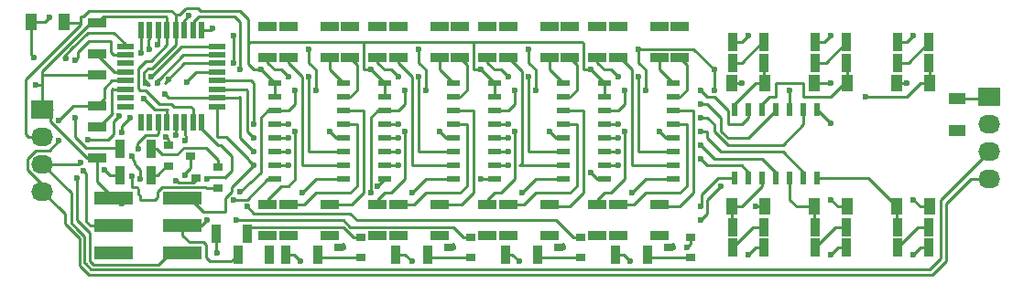
<source format=gbr>
G04 #@! TF.FileFunction,Copper,L2,Bot,Signal*
%FSLAX46Y46*%
G04 Gerber Fmt 4.6, Leading zero omitted, Abs format (unit mm)*
G04 Created by KiCad (PCBNEW 4.0.5+dfsg1-4) date Sat Sep  8 16:31:07 2018*
%MOMM*%
%LPD*%
G01*
G04 APERTURE LIST*
%ADD10C,0.100000*%
%ADD11R,0.550000X1.600000*%
%ADD12R,1.600000X0.550000*%
%ADD13R,0.900000X1.700000*%
%ADD14R,1.000000X1.600000*%
%ADD15R,1.600000X1.000000*%
%ADD16R,3.600000X1.270000*%
%ADD17R,0.900000X0.800000*%
%ADD18R,1.700000X0.900000*%
%ADD19R,0.508000X1.143000*%
%ADD20R,2.032000X1.727200*%
%ADD21O,2.032000X1.727200*%
%ADD22R,1.143000X0.508000*%
%ADD23C,0.600000*%
%ADD24C,0.250000*%
G04 APERTURE END LIST*
D10*
D11*
X44190000Y-23690000D03*
X44990000Y-23690000D03*
X45790000Y-23690000D03*
X46590000Y-23690000D03*
X47390000Y-23690000D03*
X48190000Y-23690000D03*
X48990000Y-23690000D03*
X49790000Y-23690000D03*
D12*
X51240000Y-25140000D03*
X51240000Y-25940000D03*
X51240000Y-26740000D03*
X51240000Y-27540000D03*
X51240000Y-28340000D03*
X51240000Y-29140000D03*
X51240000Y-29940000D03*
X51240000Y-30740000D03*
D11*
X49790000Y-32190000D03*
X48990000Y-32190000D03*
X48190000Y-32190000D03*
X47390000Y-32190000D03*
X46590000Y-32190000D03*
X45790000Y-32190000D03*
X44990000Y-32190000D03*
X44190000Y-32190000D03*
D12*
X42740000Y-30740000D03*
X42740000Y-29940000D03*
X42740000Y-29140000D03*
X42740000Y-28340000D03*
X42740000Y-27540000D03*
X42740000Y-26740000D03*
X42740000Y-25940000D03*
X42740000Y-25140000D03*
D13*
X101780000Y-43815000D03*
X98880000Y-43815000D03*
D14*
X34060000Y-22860000D03*
X37060000Y-22860000D03*
X101830000Y-28575000D03*
X98830000Y-28575000D03*
D15*
X119634000Y-29996000D03*
X119634000Y-32996000D03*
D14*
X109450000Y-28575000D03*
X106450000Y-28575000D03*
X117070000Y-28575000D03*
X114070000Y-28575000D03*
X114070000Y-40005000D03*
X117070000Y-40005000D03*
X106450000Y-40005000D03*
X109450000Y-40005000D03*
X98830000Y-40005000D03*
X101830000Y-40005000D03*
D16*
X48031000Y-39243000D03*
X48031000Y-41783000D03*
X48031000Y-44323000D03*
X41631000Y-44323000D03*
X41631000Y-41783000D03*
X41631000Y-39243000D03*
D17*
X51292000Y-36388000D03*
X51292000Y-38288000D03*
X49292000Y-37338000D03*
X46752000Y-36256000D03*
X46752000Y-34356000D03*
X48752000Y-35306000D03*
X94980000Y-42865000D03*
X94980000Y-44765000D03*
X92980000Y-43815000D03*
X84820000Y-42865000D03*
X84820000Y-44765000D03*
X82820000Y-43815000D03*
X74660000Y-42865000D03*
X74660000Y-44765000D03*
X72660000Y-43815000D03*
X64500000Y-42865000D03*
X64500000Y-44765000D03*
X62500000Y-43815000D03*
D13*
X98880000Y-26670000D03*
X101780000Y-26670000D03*
X106500000Y-26670000D03*
X109400000Y-26670000D03*
X114120000Y-26670000D03*
X117020000Y-26670000D03*
X117020000Y-41910000D03*
X114120000Y-41910000D03*
X109400000Y-41910000D03*
X106500000Y-41910000D03*
X101780000Y-41910000D03*
X98880000Y-41910000D03*
X54028000Y-42545000D03*
X51128000Y-42545000D03*
D18*
X40132000Y-22934000D03*
X40132000Y-25834000D03*
D13*
X56060000Y-44450000D03*
X53160000Y-44450000D03*
X98880000Y-24765000D03*
X101780000Y-24765000D03*
X106500000Y-24765000D03*
X109400000Y-24765000D03*
X114120000Y-24765000D03*
X117020000Y-24765000D03*
X117020000Y-43815000D03*
X114120000Y-43815000D03*
X109400000Y-43815000D03*
X106500000Y-43815000D03*
X45138000Y-34671000D03*
X42238000Y-34671000D03*
X45138000Y-37084000D03*
X42238000Y-37084000D03*
D18*
X40132000Y-35486000D03*
X40132000Y-32586000D03*
X40132000Y-27760000D03*
X40132000Y-30660000D03*
X88265000Y-23315000D03*
X88265000Y-26215000D03*
X86360000Y-23315000D03*
X86360000Y-26215000D03*
X86360000Y-42725000D03*
X86360000Y-39825000D03*
X88265000Y-42725000D03*
X88265000Y-39825000D03*
X92075000Y-42725000D03*
X92075000Y-39825000D03*
X93980000Y-23315000D03*
X93980000Y-26215000D03*
X92075000Y-23315000D03*
X92075000Y-26215000D03*
X78105000Y-23315000D03*
X78105000Y-26215000D03*
X76200000Y-23315000D03*
X76200000Y-26215000D03*
X76200000Y-42725000D03*
X76200000Y-39825000D03*
X78105000Y-42725000D03*
X78105000Y-39825000D03*
X81915000Y-42725000D03*
X81915000Y-39825000D03*
X83820000Y-23315000D03*
X83820000Y-26215000D03*
X81915000Y-23315000D03*
X81915000Y-26215000D03*
X67945000Y-23315000D03*
X67945000Y-26215000D03*
X66040000Y-23315000D03*
X66040000Y-26215000D03*
X66040000Y-42725000D03*
X66040000Y-39825000D03*
X67945000Y-42725000D03*
X67945000Y-39825000D03*
X71755000Y-42725000D03*
X71755000Y-39825000D03*
X73660000Y-23315000D03*
X73660000Y-26215000D03*
X71755000Y-23315000D03*
X71755000Y-26215000D03*
X57785000Y-23315000D03*
X57785000Y-26215000D03*
X55880000Y-23315000D03*
X55880000Y-26215000D03*
X55880000Y-42725000D03*
X55880000Y-39825000D03*
X57785000Y-42725000D03*
X57785000Y-39825000D03*
X61595000Y-42725000D03*
X61595000Y-39825000D03*
X63500000Y-23315000D03*
X63500000Y-26215000D03*
X61595000Y-23315000D03*
X61595000Y-26215000D03*
D13*
X88085000Y-44450000D03*
X90985000Y-44450000D03*
X77925000Y-44450000D03*
X80825000Y-44450000D03*
X67765000Y-44450000D03*
X70665000Y-44450000D03*
X57605000Y-44450000D03*
X60505000Y-44450000D03*
D19*
X99060000Y-30988000D03*
X100330000Y-30988000D03*
X101600000Y-30988000D03*
X102870000Y-30988000D03*
X104140000Y-30988000D03*
X105410000Y-30988000D03*
X106680000Y-30988000D03*
X106680000Y-37338000D03*
X105410000Y-37338000D03*
X102870000Y-37338000D03*
X101600000Y-37338000D03*
X100330000Y-37338000D03*
X99060000Y-37338000D03*
X104140000Y-37338000D03*
D20*
X122555000Y-29845000D03*
D21*
X122555000Y-32385000D03*
X122555000Y-34925000D03*
X122555000Y-37465000D03*
D20*
X35052000Y-30988000D03*
D21*
X35052000Y-33528000D03*
X35052000Y-36068000D03*
X35052000Y-38608000D03*
D22*
X93345000Y-37465000D03*
X93345000Y-34925000D03*
X93345000Y-33655000D03*
X93345000Y-32385000D03*
X93345000Y-31115000D03*
X93345000Y-29845000D03*
X93345000Y-28575000D03*
X86995000Y-28575000D03*
X86995000Y-29845000D03*
X86995000Y-31115000D03*
X86995000Y-32385000D03*
X86995000Y-33655000D03*
X86995000Y-34925000D03*
X86995000Y-36195000D03*
X86995000Y-37465000D03*
X93345000Y-36195000D03*
X83185000Y-37465000D03*
X83185000Y-34925000D03*
X83185000Y-33655000D03*
X83185000Y-32385000D03*
X83185000Y-31115000D03*
X83185000Y-29845000D03*
X83185000Y-28575000D03*
X76835000Y-28575000D03*
X76835000Y-29845000D03*
X76835000Y-31115000D03*
X76835000Y-32385000D03*
X76835000Y-33655000D03*
X76835000Y-34925000D03*
X76835000Y-36195000D03*
X76835000Y-37465000D03*
X83185000Y-36195000D03*
X73025000Y-37465000D03*
X73025000Y-34925000D03*
X73025000Y-33655000D03*
X73025000Y-32385000D03*
X73025000Y-31115000D03*
X73025000Y-29845000D03*
X73025000Y-28575000D03*
X66675000Y-28575000D03*
X66675000Y-29845000D03*
X66675000Y-31115000D03*
X66675000Y-32385000D03*
X66675000Y-33655000D03*
X66675000Y-34925000D03*
X66675000Y-36195000D03*
X66675000Y-37465000D03*
X73025000Y-36195000D03*
X62865000Y-37465000D03*
X62865000Y-34925000D03*
X62865000Y-33655000D03*
X62865000Y-32385000D03*
X62865000Y-31115000D03*
X62865000Y-29845000D03*
X62865000Y-28575000D03*
X56515000Y-28575000D03*
X56515000Y-29845000D03*
X56515000Y-31115000D03*
X56515000Y-32385000D03*
X56515000Y-33655000D03*
X56515000Y-34925000D03*
X56515000Y-36195000D03*
X56515000Y-37465000D03*
X62865000Y-36195000D03*
D23*
X42395140Y-39751000D03*
X95885000Y-40005000D03*
X35687000Y-22479000D03*
X34417000Y-28702000D03*
X34290000Y-26162000D03*
X53340000Y-38608000D03*
X97155000Y-29210000D03*
X97155000Y-27305000D03*
X115570000Y-44450000D03*
X107950000Y-44450000D03*
X100330000Y-44450000D03*
X89535000Y-38735000D03*
X79375000Y-38735000D03*
X69215000Y-38735000D03*
X59055000Y-38735000D03*
X65405000Y-38735000D03*
X115570000Y-24130000D03*
X107950000Y-24130000D03*
X100330000Y-24130000D03*
X90170000Y-25400000D03*
X90805000Y-29210000D03*
X88900000Y-29210000D03*
X80010000Y-25400000D03*
X80645000Y-29210000D03*
X78740000Y-29210000D03*
X68580000Y-29210000D03*
X70485000Y-29210000D03*
X69850000Y-25400000D03*
X58420000Y-29210000D03*
X60325000Y-29210000D03*
X59690000Y-25400000D03*
X88265000Y-23315000D03*
X86360000Y-23315000D03*
X92075000Y-23315000D03*
X93980000Y-23315000D03*
X88265000Y-42725000D03*
X86360000Y-42725000D03*
X92075000Y-42725000D03*
X93345000Y-43815000D03*
X78105000Y-23315000D03*
X76200000Y-23315000D03*
X81915000Y-23315000D03*
X83820000Y-23315000D03*
X78105000Y-42725000D03*
X76200000Y-42725000D03*
X81915000Y-42725000D03*
X83185000Y-43815000D03*
X67945000Y-23315000D03*
X66040000Y-23315000D03*
X71755000Y-23315000D03*
X73660000Y-23315000D03*
X67945000Y-42725000D03*
X66040000Y-42725000D03*
X71755000Y-42725000D03*
X73025000Y-43815000D03*
X57785000Y-23315000D03*
X55880000Y-23315000D03*
X61595000Y-23315000D03*
X63500000Y-23315000D03*
X57785000Y-42725000D03*
X55880000Y-42725000D03*
X61595000Y-42725000D03*
X62865000Y-43815000D03*
X41402000Y-44323000D03*
X119634000Y-32996000D03*
X107950000Y-32258000D03*
X97790000Y-38100000D03*
X95885000Y-41275000D03*
X89408000Y-45085000D03*
X79121000Y-45085000D03*
X69215000Y-45085000D03*
X58928000Y-45085000D03*
X44450000Y-29972000D03*
X44577000Y-28575000D03*
X107950000Y-28575000D03*
X85725000Y-27305000D03*
X75565000Y-27305000D03*
X65405000Y-27305000D03*
X55245000Y-27305000D03*
X99695000Y-28575000D03*
X114935000Y-28575000D03*
X115570000Y-39370000D03*
X107950000Y-39370000D03*
X100965000Y-40005000D03*
X111125000Y-29845000D03*
X104140000Y-29210000D03*
X54610000Y-36195000D03*
X57785000Y-36195000D03*
X67945000Y-36195000D03*
X78105000Y-36195000D03*
X88265000Y-36195000D03*
X50292000Y-41275000D03*
X50292000Y-37465000D03*
X40132000Y-25908000D03*
X38227000Y-37338000D03*
X39243000Y-33782000D03*
X46355000Y-29591000D03*
X42164000Y-31623000D03*
X38862000Y-36703000D03*
X54610000Y-34925000D03*
X88265000Y-34925000D03*
X78105000Y-34925000D03*
X67945000Y-34925000D03*
X57785000Y-34925000D03*
X47371000Y-37592000D03*
X48260000Y-37084000D03*
X95885000Y-35560000D03*
X44196000Y-25781000D03*
X95885000Y-34290000D03*
X44958000Y-25400000D03*
X95885000Y-33020000D03*
X45720000Y-25019000D03*
X48623220Y-22334220D03*
X52705000Y-24130000D03*
X52705000Y-26670000D03*
X95885000Y-31750000D03*
X53340000Y-27305000D03*
X95885000Y-30480000D03*
X50800000Y-23495000D03*
X95885000Y-29210000D03*
X85725000Y-36830000D03*
X45085000Y-27940000D03*
X75565000Y-37465000D03*
X45720000Y-28575000D03*
X46736000Y-28194000D03*
X66040000Y-38100000D03*
X48387000Y-28448000D03*
X52705000Y-39370000D03*
X54610000Y-32385000D03*
X88265000Y-32385000D03*
X78105000Y-32385000D03*
X67945000Y-32385000D03*
X57785000Y-32385000D03*
X54610000Y-33655000D03*
X88265000Y-33655000D03*
X78105000Y-33655000D03*
X67945000Y-33655000D03*
X57785000Y-33655000D03*
X48260000Y-33909000D03*
X47371000Y-33401000D03*
X51181000Y-44323000D03*
X43942000Y-34671000D03*
X39497000Y-32512000D03*
X38608000Y-35941000D03*
X36576000Y-32004000D03*
X36576000Y-33909000D03*
X38100000Y-26416000D03*
X38100000Y-31750000D03*
X40767000Y-36576000D03*
X37211000Y-26289000D03*
X43307000Y-37211000D03*
X42418000Y-33147000D03*
X46482000Y-33528000D03*
X43180000Y-31750000D03*
X44069000Y-37465000D03*
X43307000Y-35306000D03*
X56060000Y-44450000D03*
X94615000Y-43815000D03*
X53975000Y-40005000D03*
X52959000Y-41275000D03*
X98880000Y-26670000D03*
X106500000Y-26670000D03*
X114120000Y-26670000D03*
X117020000Y-41910000D03*
X109400000Y-41910000D03*
X101780000Y-41910000D03*
X88265000Y-27940000D03*
X90170000Y-27940000D03*
X92075000Y-33020000D03*
X88900000Y-33020000D03*
X78105000Y-27940000D03*
X80010000Y-27940000D03*
X81915000Y-33020000D03*
X78740000Y-33020000D03*
X67945000Y-27940000D03*
X69850000Y-27940000D03*
X71755000Y-33020000D03*
X68580000Y-33020000D03*
X57785000Y-27940000D03*
X59690000Y-27940000D03*
X61595000Y-33020000D03*
X58420000Y-33020000D03*
D24*
X90170000Y-25400000D02*
X95250000Y-25400000D01*
X95250000Y-25400000D02*
X97155000Y-27305000D01*
X45847000Y-30480000D02*
X46990000Y-30480000D01*
X44069699Y-29209301D02*
X43942000Y-29081602D01*
X46590000Y-25038000D02*
X45085000Y-26543000D01*
X46590000Y-23690000D02*
X46590000Y-25038000D01*
X43942000Y-27178000D02*
X43942000Y-28194000D01*
X44577000Y-26543000D02*
X43942000Y-27178000D01*
X45085000Y-26543000D02*
X44577000Y-26543000D01*
X44576301Y-29209301D02*
X45847000Y-30480000D01*
X44576301Y-29209301D02*
X44069699Y-29209301D01*
X43942000Y-29081602D02*
X43942000Y-28194000D01*
X48990000Y-30956000D02*
X48990000Y-32190000D01*
X48768000Y-30734000D02*
X48990000Y-30956000D01*
X47244000Y-30734000D02*
X48768000Y-30734000D01*
X46990000Y-30480000D02*
X47244000Y-30734000D01*
X42395140Y-39751000D02*
X41887140Y-39243000D01*
X41887140Y-39243000D02*
X41631000Y-39243000D01*
X40132000Y-37744000D02*
X41631000Y-39243000D01*
X40132000Y-35486000D02*
X40132000Y-37744000D01*
X96012000Y-38862000D02*
X96012000Y-39878000D01*
X97536000Y-37338000D02*
X96012000Y-38862000D01*
X99060000Y-37338000D02*
X97536000Y-37338000D01*
X96012000Y-39878000D02*
X95885000Y-40005000D01*
X119634000Y-29996000D02*
X122404000Y-29996000D01*
X122404000Y-29996000D02*
X122555000Y-29845000D01*
X35306000Y-22860000D02*
X35687000Y-22479000D01*
X34060000Y-22860000D02*
X35306000Y-22860000D01*
X34060000Y-22860000D02*
X34060000Y-25932000D01*
X34417000Y-28702000D02*
X35052000Y-28702000D01*
X34060000Y-25932000D02*
X34290000Y-26162000D01*
X35814000Y-31750000D02*
X35814000Y-32131000D01*
X35814000Y-32131000D02*
X36957000Y-33274000D01*
X35814000Y-31750000D02*
X35052000Y-30988000D01*
X35052000Y-30988000D02*
X35941000Y-30988000D01*
X40132000Y-35486000D02*
X39169000Y-35486000D01*
X39169000Y-35486000D02*
X36957000Y-33274000D01*
X40132000Y-27760000D02*
X35052000Y-27760000D01*
X35052000Y-27760000D02*
X35052000Y-27813000D01*
X40132000Y-22934000D02*
X39550000Y-22934000D01*
X39550000Y-22934000D02*
X35052000Y-27432000D01*
X35052000Y-27432000D02*
X35052000Y-27813000D01*
X35052000Y-27813000D02*
X35052000Y-28194000D01*
X46590000Y-23690000D02*
X46590000Y-22460000D01*
X40714000Y-22352000D02*
X40132000Y-22934000D01*
X46482000Y-22352000D02*
X40714000Y-22352000D01*
X46590000Y-22460000D02*
X46482000Y-22352000D01*
X35052000Y-30988000D02*
X35052000Y-28702000D01*
X35052000Y-28702000D02*
X35052000Y-28194000D01*
X55245000Y-36830000D02*
X53340000Y-38608000D01*
X97155000Y-27305000D02*
X97155000Y-29210000D01*
X116205000Y-43815000D02*
X117020000Y-43815000D01*
X115570000Y-44450000D02*
X116205000Y-43815000D01*
X108585000Y-43815000D02*
X109400000Y-43815000D01*
X107950000Y-44450000D02*
X108585000Y-43815000D01*
X100965000Y-43815000D02*
X101780000Y-43815000D01*
X100330000Y-44450000D02*
X100965000Y-43815000D01*
X90805000Y-37465000D02*
X89535000Y-38735000D01*
X93345000Y-37465000D02*
X90805000Y-37465000D01*
X83185000Y-37465000D02*
X80645000Y-37465000D01*
X80645000Y-37465000D02*
X79375000Y-38735000D01*
X73025000Y-37465000D02*
X70485000Y-37465000D01*
X70485000Y-37465000D02*
X69215000Y-38735000D01*
X62865000Y-37465000D02*
X60325000Y-37465000D01*
X60325000Y-37465000D02*
X59055000Y-38735000D01*
X65405000Y-32385000D02*
X65405000Y-31750000D01*
X65405000Y-38735000D02*
X65405000Y-32385000D01*
X66040000Y-31115000D02*
X66675000Y-31115000D01*
X65405000Y-31750000D02*
X66040000Y-31115000D01*
X55880000Y-31115000D02*
X56515000Y-31115000D01*
X55245000Y-31750000D02*
X55880000Y-31115000D01*
X55245000Y-33020000D02*
X55245000Y-31750000D01*
X55245000Y-36830000D02*
X55245000Y-33020000D01*
X114935000Y-24765000D02*
X114120000Y-24765000D01*
X115570000Y-24130000D02*
X114935000Y-24765000D01*
X98880000Y-24765000D02*
X99695000Y-24765000D01*
X107315000Y-24765000D02*
X106500000Y-24765000D01*
X107950000Y-24130000D02*
X107315000Y-24765000D01*
X99695000Y-24765000D02*
X100330000Y-24130000D01*
X86995000Y-31115000D02*
X88265000Y-31115000D01*
X90170000Y-26670000D02*
X90170000Y-25400000D01*
X90805000Y-27305000D02*
X90170000Y-26670000D01*
X90805000Y-27940000D02*
X90805000Y-27305000D01*
X90805000Y-29210000D02*
X90805000Y-27940000D01*
X88900000Y-30480000D02*
X88900000Y-29210000D01*
X88265000Y-31115000D02*
X88900000Y-30480000D01*
X76835000Y-31115000D02*
X78105000Y-31115000D01*
X80010000Y-26670000D02*
X80010000Y-25400000D01*
X80645000Y-27305000D02*
X80010000Y-26670000D01*
X80645000Y-29210000D02*
X80645000Y-27305000D01*
X78740000Y-30480000D02*
X78740000Y-29210000D01*
X78105000Y-31115000D02*
X78740000Y-30480000D01*
X66675000Y-31115000D02*
X67945000Y-31115000D01*
X67945000Y-31115000D02*
X68580000Y-30480000D01*
X68580000Y-30480000D02*
X68580000Y-29210000D01*
X70485000Y-29210000D02*
X70485000Y-27305000D01*
X70485000Y-27305000D02*
X69850000Y-26670000D01*
X69850000Y-26670000D02*
X69850000Y-25400000D01*
X56515000Y-31115000D02*
X57785000Y-31115000D01*
X57785000Y-31115000D02*
X58420000Y-30480000D01*
X58420000Y-30480000D02*
X58420000Y-29210000D01*
X60325000Y-29210000D02*
X60325000Y-27305000D01*
X60325000Y-27305000D02*
X59690000Y-26670000D01*
X59690000Y-26670000D02*
X59690000Y-25400000D01*
X93345000Y-43815000D02*
X92980000Y-43815000D01*
X93345000Y-43450000D02*
X92980000Y-43815000D01*
X83185000Y-43815000D02*
X82820000Y-43815000D01*
X83185000Y-43450000D02*
X82820000Y-43815000D01*
X73025000Y-43815000D02*
X72660000Y-43815000D01*
X73025000Y-43450000D02*
X72660000Y-43815000D01*
X62865000Y-43815000D02*
X62500000Y-43815000D01*
X62865000Y-43450000D02*
X62500000Y-43815000D01*
X41402000Y-44323000D02*
X41631000Y-44323000D01*
X107950000Y-32258000D02*
X106680000Y-30988000D01*
X74803000Y-24765000D02*
X84963000Y-24765000D01*
X84963000Y-24765000D02*
X85090000Y-24892000D01*
X85090000Y-24892000D02*
X85090000Y-27305000D01*
X85090000Y-27305000D02*
X85725000Y-27305000D01*
X64770000Y-25146000D02*
X64770000Y-24765000D01*
X64770000Y-24765000D02*
X64770000Y-24892000D01*
X64770000Y-24892000D02*
X64770000Y-24765000D01*
X65151000Y-24765000D02*
X54229000Y-24765000D01*
X54229000Y-24765000D02*
X54102000Y-24892000D01*
X75565000Y-27305000D02*
X74930000Y-27305000D01*
X74930000Y-27305000D02*
X74930000Y-24892000D01*
X74930000Y-24892000D02*
X74803000Y-24765000D01*
X74803000Y-24765000D02*
X74676000Y-24765000D01*
X74676000Y-24765000D02*
X65151000Y-24765000D01*
X65151000Y-24765000D02*
X64770000Y-24765000D01*
X64770000Y-24765000D02*
X64770000Y-24765000D01*
X65405000Y-27305000D02*
X64770000Y-27305000D01*
X64770000Y-27305000D02*
X64770000Y-25146000D01*
X54102000Y-22606000D02*
X54102000Y-24638000D01*
X48260000Y-21717000D02*
X48387000Y-21590000D01*
X47733000Y-22244000D02*
X48260000Y-21717000D01*
X47390000Y-22244000D02*
X47733000Y-22244000D01*
X53340000Y-21844000D02*
X54102000Y-22606000D01*
X49657000Y-21844000D02*
X53340000Y-21844000D01*
X49403000Y-21590000D02*
X49657000Y-21844000D01*
X48387000Y-21590000D02*
X49403000Y-21590000D01*
X54102000Y-24638000D02*
X54102000Y-24892000D01*
X54102000Y-24892000D02*
X54102000Y-26797000D01*
X54610000Y-27305000D02*
X55245000Y-27305000D01*
X54102000Y-26797000D02*
X54610000Y-27305000D01*
X38608000Y-22987000D02*
X37187000Y-22987000D01*
X37187000Y-22987000D02*
X37060000Y-22860000D01*
X95885000Y-41275000D02*
X96520000Y-40640000D01*
X96520000Y-40640000D02*
X96520000Y-39370000D01*
X96520000Y-39370000D02*
X97790000Y-38100000D01*
X88773000Y-44450000D02*
X88085000Y-44450000D01*
X89408000Y-45085000D02*
X88773000Y-44450000D01*
X78486000Y-44450000D02*
X77925000Y-44450000D01*
X79121000Y-45085000D02*
X78486000Y-44450000D01*
X57605000Y-44450000D02*
X58293000Y-44450000D01*
X68580000Y-44450000D02*
X67765000Y-44450000D01*
X69215000Y-45085000D02*
X68580000Y-44450000D01*
X58293000Y-44450000D02*
X58928000Y-45085000D01*
X44958000Y-28702000D02*
X44704000Y-28702000D01*
X47390000Y-24998602D02*
X45210602Y-27178000D01*
X45210602Y-27178000D02*
X44831000Y-27178000D01*
X44831000Y-27178000D02*
X44450000Y-27559000D01*
X44450000Y-27559000D02*
X44450000Y-28194000D01*
X44450000Y-28194000D02*
X44958000Y-28702000D01*
X47390000Y-23690000D02*
X47390000Y-24998602D01*
X46590000Y-31007000D02*
X46590000Y-32190000D01*
X46609000Y-30988000D02*
X46590000Y-31007000D01*
X45466000Y-30988000D02*
X46609000Y-30988000D01*
X44450000Y-29972000D02*
X45466000Y-30988000D01*
X44704000Y-28702000D02*
X44577000Y-28575000D01*
X38608000Y-22352000D02*
X38862000Y-22352000D01*
X33528000Y-28194000D02*
X38608000Y-23114000D01*
X38608000Y-23114000D02*
X38608000Y-22987000D01*
X38608000Y-22987000D02*
X38608000Y-22352000D01*
X35052000Y-33528000D02*
X33782000Y-33528000D01*
X33782000Y-33528000D02*
X33528000Y-33274000D01*
X33528000Y-33274000D02*
X33528000Y-28194000D01*
X47390000Y-22244000D02*
X47390000Y-23690000D01*
X46990000Y-21844000D02*
X47390000Y-22244000D01*
X39370000Y-21844000D02*
X46990000Y-21844000D01*
X38862000Y-22352000D02*
X39370000Y-21844000D01*
X57605000Y-44450000D02*
X57605000Y-44905000D01*
X57605000Y-44905000D02*
X57785000Y-45085000D01*
X106450000Y-28575000D02*
X107950000Y-28575000D01*
X85725000Y-27305000D02*
X86995000Y-28575000D01*
X75565000Y-27305000D02*
X76835000Y-28575000D01*
X56515000Y-28575000D02*
X55245000Y-27305000D01*
X65405000Y-27305000D02*
X66675000Y-28575000D01*
X86995000Y-28575000D02*
X86995000Y-29845000D01*
X76835000Y-28575000D02*
X76835000Y-29845000D01*
X66675000Y-28575000D02*
X66675000Y-29845000D01*
X56515000Y-28575000D02*
X56515000Y-29845000D01*
X98830000Y-28575000D02*
X99695000Y-28575000D01*
X114070000Y-28575000D02*
X114935000Y-28575000D01*
X117070000Y-40005000D02*
X116205000Y-40005000D01*
X116205000Y-40005000D02*
X115570000Y-39370000D01*
X109450000Y-40005000D02*
X108585000Y-40005000D01*
X108585000Y-40005000D02*
X107950000Y-39370000D01*
X101830000Y-40005000D02*
X100965000Y-40005000D01*
X99060000Y-30988000D02*
X99060000Y-30480000D01*
X99060000Y-30480000D02*
X100965000Y-28575000D01*
X100965000Y-28575000D02*
X101830000Y-28575000D01*
X101780000Y-26670000D02*
X101780000Y-28525000D01*
X101780000Y-28525000D02*
X101830000Y-28575000D01*
X102870000Y-29845000D02*
X102870000Y-28575000D01*
X105410000Y-28575000D02*
X105410000Y-29845000D01*
X102870000Y-28575000D02*
X105410000Y-28575000D01*
X101600000Y-30988000D02*
X101600000Y-30480000D01*
X101600000Y-30480000D02*
X102235000Y-29845000D01*
X102235000Y-29845000D02*
X102870000Y-29845000D01*
X105410000Y-29845000D02*
X107950000Y-29845000D01*
X107950000Y-29845000D02*
X109220000Y-28575000D01*
X109220000Y-28575000D02*
X109450000Y-28575000D01*
X109450000Y-28575000D02*
X109450000Y-26720000D01*
X109450000Y-26720000D02*
X109400000Y-26670000D01*
X104140000Y-30988000D02*
X104140000Y-29210000D01*
X116205000Y-28575000D02*
X117070000Y-28575000D01*
X114935000Y-29845000D02*
X116205000Y-28575000D01*
X111125000Y-29845000D02*
X114935000Y-29845000D01*
X117070000Y-28575000D02*
X117070000Y-26720000D01*
X117070000Y-26720000D02*
X117020000Y-26670000D01*
X106680000Y-37338000D02*
X111403000Y-37338000D01*
X111403000Y-37338000D02*
X114070000Y-40005000D01*
X114070000Y-40005000D02*
X114070000Y-41860000D01*
X114070000Y-41860000D02*
X114120000Y-41910000D01*
X104140000Y-37338000D02*
X104140000Y-39370000D01*
X104775000Y-40005000D02*
X106450000Y-40005000D01*
X104140000Y-39370000D02*
X104775000Y-40005000D01*
X106450000Y-40005000D02*
X106450000Y-41860000D01*
X106450000Y-41860000D02*
X106500000Y-41910000D01*
X101600000Y-37338000D02*
X101600000Y-38100000D01*
X99695000Y-40005000D02*
X98830000Y-40005000D01*
X101600000Y-38100000D02*
X99695000Y-40005000D01*
X98830000Y-40005000D02*
X98830000Y-41860000D01*
X98830000Y-41860000D02*
X98880000Y-41910000D01*
X49911000Y-40513000D02*
X51943000Y-40513000D01*
X48641000Y-39243000D02*
X49911000Y-40513000D01*
X52578000Y-38227000D02*
X54610000Y-36195000D01*
X52578000Y-38608000D02*
X52578000Y-38227000D01*
X51943000Y-39243000D02*
X52578000Y-38608000D01*
X51943000Y-39243000D02*
X51943000Y-40513000D01*
X51240000Y-33528000D02*
X52070000Y-33528000D01*
X54610000Y-36195000D02*
X54102000Y-35687000D01*
X51240000Y-30740000D02*
X51240000Y-32639000D01*
X51240000Y-32639000D02*
X51240000Y-33528000D01*
X52070000Y-33528000D02*
X54102000Y-35560000D01*
X54102000Y-35560000D02*
X54102000Y-35687000D01*
X48031000Y-39243000D02*
X48641000Y-39243000D01*
X57785000Y-36195000D02*
X56515000Y-36195000D01*
X67945000Y-36195000D02*
X66675000Y-36195000D01*
X86995000Y-36195000D02*
X88265000Y-36195000D01*
X78105000Y-36195000D02*
X76835000Y-36195000D01*
X52006500Y-37274500D02*
X50482500Y-37274500D01*
X50292000Y-41275000D02*
X49784000Y-41783000D01*
X50482500Y-37274500D02*
X50292000Y-37465000D01*
X49784000Y-41783000D02*
X48031000Y-41783000D01*
X49790000Y-32772000D02*
X51308000Y-34290000D01*
X51308000Y-34290000D02*
X51562000Y-34290000D01*
X51562000Y-34290000D02*
X52578000Y-35306000D01*
X52578000Y-35306000D02*
X52578000Y-36703000D01*
X52578000Y-36703000D02*
X52006500Y-37274500D01*
X52006500Y-37274500D02*
X51943000Y-37338000D01*
X48031000Y-41783000D02*
X48031000Y-42697000D01*
X52508998Y-45085000D02*
X50546000Y-45085000D01*
X50546000Y-45085000D02*
X50165000Y-44704000D01*
X50165000Y-44704000D02*
X50165000Y-43942000D01*
X52508998Y-45085000D02*
X53143998Y-44450000D01*
X50165000Y-43561000D02*
X50165000Y-43942000D01*
X49911000Y-43307000D02*
X50165000Y-43561000D01*
X48641000Y-43307000D02*
X49911000Y-43307000D01*
X48031000Y-42697000D02*
X48641000Y-43307000D01*
X53160000Y-44450000D02*
X53143998Y-44450000D01*
X48260000Y-42012000D02*
X48031000Y-41783000D01*
X48031000Y-41783000D02*
X48768000Y-41783000D01*
X39404501Y-42579501D02*
X39404501Y-42452501D01*
X39404501Y-42452501D02*
X38227000Y-41275000D01*
X39404501Y-43341501D02*
X39404501Y-42579501D01*
X38227000Y-41275000D02*
X38227000Y-37338000D01*
X39404501Y-45050499D02*
X39404501Y-43341501D01*
X45789002Y-45396998D02*
X39751000Y-45396998D01*
X45974000Y-45212000D02*
X45789002Y-45396998D01*
X46863000Y-44323000D02*
X45974000Y-45212000D01*
X39751000Y-45396998D02*
X39404501Y-45050499D01*
X40132000Y-25908000D02*
X40132000Y-25834000D01*
X40206000Y-25834000D02*
X40132000Y-25834000D01*
X48031000Y-44323000D02*
X46863000Y-44323000D01*
X42740000Y-27540000D02*
X41764000Y-27540000D01*
X41764000Y-27540000D02*
X40132000Y-25908000D01*
X40132000Y-25908000D02*
X40132000Y-25834000D01*
X42164000Y-31623000D02*
X41656000Y-32131000D01*
X41656000Y-33274000D02*
X41148000Y-33782000D01*
X41148000Y-33782000D02*
X39243000Y-33782000D01*
X51240000Y-29940000D02*
X46704000Y-29940000D01*
X46704000Y-29940000D02*
X46355000Y-29591000D01*
X41656000Y-32131000D02*
X41656000Y-33274000D01*
X39497000Y-41783000D02*
X41631000Y-41783000D01*
X39116000Y-41402000D02*
X39497000Y-41783000D01*
X39116000Y-36957000D02*
X39116000Y-41402000D01*
X38862000Y-36703000D02*
X39116000Y-36957000D01*
X53340000Y-33655000D02*
X53340000Y-30480000D01*
X54610000Y-34925000D02*
X53975000Y-34290000D01*
X53975000Y-34290000D02*
X53340000Y-33655000D01*
X53245000Y-29940000D02*
X51240000Y-29940000D01*
X53340000Y-29845000D02*
X53245000Y-29940000D01*
X53340000Y-30480000D02*
X53340000Y-29845000D01*
X88265000Y-34925000D02*
X86995000Y-34925000D01*
X78105000Y-34925000D02*
X76835000Y-34925000D01*
X56515000Y-34925000D02*
X57785000Y-34925000D01*
X67945000Y-34925000D02*
X66675000Y-34925000D01*
X47371000Y-37592000D02*
X47503502Y-37592000D01*
X49022000Y-37776998D02*
X49292000Y-37506998D01*
X47688500Y-37776998D02*
X49022000Y-37776998D01*
X47503502Y-37592000D02*
X47688500Y-37776998D01*
X49292000Y-37506998D02*
X49292000Y-37338000D01*
X48752000Y-36465000D02*
X48260000Y-36957000D01*
X48260000Y-36957000D02*
X48260000Y-37084000D01*
X48752000Y-35306000D02*
X48752000Y-36465000D01*
X96520000Y-36195000D02*
X95885000Y-35560000D01*
X44194700Y-25527003D02*
X44196000Y-25781000D01*
X44194700Y-25527003D02*
X44190000Y-23690000D01*
X97155000Y-36195000D02*
X96520000Y-36195000D01*
X99695000Y-36195000D02*
X97155000Y-36195000D01*
X100330000Y-36830000D02*
X99695000Y-36195000D01*
X100330000Y-37338000D02*
X100330000Y-36830000D01*
X102870000Y-36830000D02*
X101600000Y-35560000D01*
X97155000Y-35560000D02*
X101600000Y-35560000D01*
X96520000Y-34925000D02*
X97155000Y-35560000D01*
X95885000Y-34290000D02*
X96520000Y-34925000D01*
X44863000Y-25305000D02*
X44958000Y-25400000D01*
X44990000Y-23690000D02*
X44863000Y-25305000D01*
X102870000Y-37338000D02*
X102870000Y-36830000D01*
X96520000Y-33655000D02*
X96520000Y-33020000D01*
X103505000Y-34925000D02*
X105410000Y-36830000D01*
X103505000Y-34925000D02*
X98425000Y-34925000D01*
X96520000Y-33020000D02*
X95885000Y-33020000D01*
X96520000Y-33655000D02*
X97155000Y-34290000D01*
X97790000Y-34925000D02*
X97155000Y-34290000D01*
X97790000Y-34925000D02*
X98425000Y-34925000D01*
X45790000Y-24949000D02*
X45720000Y-25019000D01*
X45790000Y-23690000D02*
X45790000Y-24949000D01*
X105410000Y-37338000D02*
X105410000Y-36830000D01*
X48190000Y-23690000D02*
X48190000Y-22767440D01*
X48190000Y-22767440D02*
X48623220Y-22334220D01*
X48553220Y-22404220D02*
X48623220Y-22334220D01*
X98425000Y-34290000D02*
X98423602Y-34290000D01*
X52705000Y-24130000D02*
X52705000Y-26670000D01*
X96517204Y-31750000D02*
X95885000Y-31750000D01*
X97153602Y-32386398D02*
X96517204Y-31750000D01*
X97153602Y-33020000D02*
X97153602Y-32386398D01*
X98423602Y-34290000D02*
X97153602Y-33020000D01*
X105410000Y-32385000D02*
X105410000Y-30988000D01*
X103505000Y-34290000D02*
X98425000Y-34290000D01*
X105410000Y-32385000D02*
X103505000Y-34290000D01*
X52832000Y-22352000D02*
X49784000Y-22352000D01*
X49530000Y-22352000D02*
X48990000Y-22892000D01*
X49784000Y-22352000D02*
X49530000Y-22352000D01*
X95885000Y-30480000D02*
X96520000Y-30480000D01*
X102870000Y-31115000D02*
X100330000Y-33655000D01*
X100330000Y-33655000D02*
X98425000Y-33655000D01*
X96520000Y-30480000D02*
X97790000Y-31750000D01*
X97790000Y-31750000D02*
X97790000Y-33020000D01*
X97790000Y-33020000D02*
X98425000Y-33655000D01*
X53340000Y-22860000D02*
X53340000Y-24765000D01*
X52832000Y-22352000D02*
X53340000Y-22860000D01*
X53340000Y-27305000D02*
X53340000Y-24765000D01*
X48990000Y-23690000D02*
X48990000Y-22892000D01*
X102870000Y-30988000D02*
X102870000Y-31115000D01*
X98425000Y-32385000D02*
X99695000Y-32385000D01*
X96520000Y-29845000D02*
X97155000Y-29845000D01*
X98425000Y-31115000D02*
X98425000Y-32385000D01*
X97155000Y-29845000D02*
X98425000Y-31115000D01*
X95885000Y-29210000D02*
X96520000Y-29845000D01*
X50800000Y-23495000D02*
X50605000Y-23690000D01*
X49790000Y-23690000D02*
X50605000Y-23690000D01*
X100330000Y-30988000D02*
X100330000Y-31750000D01*
X100330000Y-31750000D02*
X99695000Y-32385000D01*
X86360000Y-37465000D02*
X85725000Y-36830000D01*
X86995000Y-37465000D02*
X86360000Y-37465000D01*
X47879000Y-25140000D02*
X47879000Y-25146000D01*
X47879000Y-25146000D02*
X45085000Y-27940000D01*
X47879000Y-25140000D02*
X51240000Y-25140000D01*
X76835000Y-37465000D02*
X75565000Y-37465000D01*
X45720000Y-28194000D02*
X45847000Y-28194000D01*
X45847000Y-28194000D02*
X48101000Y-25940000D01*
X45720000Y-28194000D02*
X45720000Y-28575000D01*
X48101000Y-25940000D02*
X51240000Y-25940000D01*
X51240000Y-26740000D02*
X48190000Y-26740000D01*
X46355000Y-28575000D02*
X46736000Y-28194000D01*
X48190000Y-26740000D02*
X46355000Y-28575000D01*
X66040000Y-38100000D02*
X66675000Y-37465000D01*
X48323500Y-28384500D02*
X48323500Y-28511500D01*
X48387000Y-28448000D02*
X48323500Y-28384500D01*
X55880000Y-37465000D02*
X53975000Y-39370000D01*
X53975000Y-39370000D02*
X52705000Y-39370000D01*
X48323500Y-28511500D02*
X49295000Y-27540000D01*
X49295000Y-27540000D02*
X51240000Y-27540000D01*
X56515000Y-37465000D02*
X55880000Y-37465000D01*
X54375000Y-28340000D02*
X51240000Y-28340000D01*
X54610000Y-28575000D02*
X54375000Y-28340000D01*
X54610000Y-32385000D02*
X54610000Y-28575000D01*
X88265000Y-32385000D02*
X86995000Y-32385000D01*
X78105000Y-32385000D02*
X76835000Y-32385000D01*
X56515000Y-32385000D02*
X57785000Y-32385000D01*
X67945000Y-32385000D02*
X66675000Y-32385000D01*
X53905000Y-29140000D02*
X51240000Y-29140000D01*
X53975000Y-29210000D02*
X53905000Y-29140000D01*
X53975000Y-33020000D02*
X53975000Y-29210000D01*
X54610000Y-33655000D02*
X53975000Y-33020000D01*
X88265000Y-33655000D02*
X86995000Y-33655000D01*
X78105000Y-33655000D02*
X76835000Y-33655000D01*
X56515000Y-33655000D02*
X57785000Y-33655000D01*
X67945000Y-33655000D02*
X66675000Y-33655000D01*
X48317000Y-33852000D02*
X48190000Y-32190000D01*
X48317000Y-33852000D02*
X48260000Y-33909000D01*
X47390000Y-33382000D02*
X47390000Y-32190000D01*
X47371000Y-33401000D02*
X47390000Y-33382000D01*
X51181000Y-44323000D02*
X51128000Y-44270000D01*
X51128000Y-44270000D02*
X51128000Y-42545000D01*
X43815000Y-34544000D02*
X43942000Y-34671000D01*
X45790000Y-32190000D02*
X45790000Y-33204000D01*
X44577000Y-33401000D02*
X43815000Y-34163000D01*
X45593000Y-33401000D02*
X44577000Y-33401000D01*
X45790000Y-33204000D02*
X45593000Y-33401000D01*
X43815000Y-34163000D02*
X43815000Y-34544000D01*
X118745000Y-38735000D02*
X118110000Y-39370000D01*
X118110000Y-44831000D02*
X117094000Y-45847000D01*
X118110000Y-39370000D02*
X118110000Y-44831000D01*
X39086302Y-45368698D02*
X39564604Y-45847000D01*
X37719000Y-38735000D02*
X37719000Y-41529000D01*
X35052000Y-36068000D02*
X37719000Y-38735000D01*
X51054000Y-45847000D02*
X117094000Y-45847000D01*
X39624000Y-45847000D02*
X51054000Y-45847000D01*
X38354000Y-42164000D02*
X38354000Y-42198501D01*
X38354000Y-42198501D02*
X38954499Y-42799000D01*
X38954499Y-42799000D02*
X38954499Y-44450000D01*
X37719000Y-41529000D02*
X38354000Y-42164000D01*
X38954499Y-45236895D02*
X39086302Y-45368698D01*
X38954499Y-44450000D02*
X38954499Y-45236895D01*
X39564604Y-45847000D02*
X39624000Y-45847000D01*
X39497000Y-32512000D02*
X39571000Y-32586000D01*
X39571000Y-32586000D02*
X40132000Y-32586000D01*
X118745000Y-38735000D02*
X122555000Y-34925000D01*
X35052000Y-36068000D02*
X38481000Y-36068000D01*
X38481000Y-36068000D02*
X38608000Y-35941000D01*
X41465500Y-29146500D02*
X42733500Y-29146500D01*
X42733500Y-29146500D02*
X42740000Y-29140000D01*
X41465500Y-31432500D02*
X41465500Y-29146500D01*
X41465500Y-29146500D02*
X41529000Y-29083000D01*
X40132000Y-32586000D02*
X40312000Y-32586000D01*
X40312000Y-32586000D02*
X41465500Y-31432500D01*
X41465500Y-31432500D02*
X41529000Y-31369000D01*
X117094000Y-46355000D02*
X117348000Y-46355000D01*
X120904000Y-37465000D02*
X122555000Y-37465000D01*
X118618000Y-39751000D02*
X120904000Y-37465000D01*
X118618000Y-45085000D02*
X118618000Y-39751000D01*
X117348000Y-46355000D02*
X118618000Y-45085000D01*
X37141998Y-41529000D02*
X37141998Y-41622897D01*
X38504497Y-44069000D02*
X38504497Y-44092497D01*
X38504497Y-42985396D02*
X38504497Y-44069000D01*
X37141998Y-41622897D02*
X38504497Y-42985396D01*
X39624000Y-46355000D02*
X39370000Y-46355000D01*
X117094000Y-46355000D02*
X39624000Y-46355000D01*
X39370000Y-46355000D02*
X38481000Y-45466000D01*
X38481000Y-45466000D02*
X38481000Y-44069000D01*
X38481000Y-44069000D02*
X38504497Y-44092497D01*
X37141998Y-40640000D02*
X37141998Y-41529000D01*
X36760998Y-40259000D02*
X37141998Y-40640000D01*
X36703000Y-40259000D02*
X36760998Y-40259000D01*
X35052000Y-38608000D02*
X36703000Y-40259000D01*
X33655000Y-35687000D02*
X33655000Y-35560000D01*
X33655000Y-35560000D02*
X34417000Y-34798000D01*
X37920000Y-30660000D02*
X40132000Y-30660000D01*
X36576000Y-32004000D02*
X37920000Y-30660000D01*
X35687000Y-34798000D02*
X36576000Y-33909000D01*
X34417000Y-34798000D02*
X35687000Y-34798000D01*
X35052000Y-38608000D02*
X35052000Y-37973000D01*
X35052000Y-37973000D02*
X33655000Y-36576000D01*
X33655000Y-36576000D02*
X33655000Y-35687000D01*
X40767000Y-29591000D02*
X40767000Y-30025000D01*
X41510000Y-28340000D02*
X40767000Y-29083000D01*
X40767000Y-29083000D02*
X40767000Y-29591000D01*
X42740000Y-28340000D02*
X41510000Y-28340000D01*
X40767000Y-30025000D02*
X40132000Y-30660000D01*
X38100000Y-32639000D02*
X38100000Y-33528000D01*
X39116000Y-34544000D02*
X40132000Y-34544000D01*
X38100000Y-33528000D02*
X39116000Y-34544000D01*
X42238000Y-34544000D02*
X40132000Y-34544000D01*
X41688000Y-25940000D02*
X41402000Y-25654000D01*
X41402000Y-25654000D02*
X41402000Y-24638000D01*
X41402000Y-24638000D02*
X39624000Y-24638000D01*
X39624000Y-24638000D02*
X39370000Y-24638000D01*
X39370000Y-24638000D02*
X38354000Y-25654000D01*
X41688000Y-25940000D02*
X42740000Y-25940000D01*
X38354000Y-26162000D02*
X38354000Y-25654000D01*
X38100000Y-26416000D02*
X38354000Y-26162000D01*
X38100000Y-32639000D02*
X38100000Y-31750000D01*
X41275000Y-37084000D02*
X42238000Y-37084000D01*
X40767000Y-36576000D02*
X41275000Y-37084000D01*
X37783199Y-25337199D02*
X36957699Y-26162699D01*
X39244398Y-23876000D02*
X37783199Y-25337199D01*
X41656000Y-23876000D02*
X39244398Y-23876000D01*
X42740000Y-24960000D02*
X41656000Y-23876000D01*
X37211699Y-26288301D02*
X37211000Y-26289000D01*
X36957699Y-26162699D02*
X37211699Y-26288301D01*
X42740000Y-25140000D02*
X42740000Y-24960000D01*
X45138000Y-34671000D02*
X45593000Y-34671000D01*
X51292000Y-35671000D02*
X51292000Y-36388000D01*
X50165000Y-34544000D02*
X51292000Y-35671000D01*
X48133000Y-34544000D02*
X50165000Y-34544000D01*
X47498000Y-35179000D02*
X48133000Y-34544000D01*
X46101000Y-35179000D02*
X47498000Y-35179000D01*
X45593000Y-34671000D02*
X46101000Y-35179000D01*
X45138000Y-34671000D02*
X45339000Y-34671000D01*
X43307000Y-37211000D02*
X43307000Y-38227000D01*
X43307000Y-38227000D02*
X43815000Y-38227000D01*
X45720000Y-39179500D02*
X45720000Y-38608000D01*
X51292000Y-38288000D02*
X50226000Y-38288000D01*
X50165000Y-38227000D02*
X46101000Y-38227000D01*
X50226000Y-38288000D02*
X50165000Y-38227000D01*
X43942000Y-38481000D02*
X43815000Y-38227000D01*
X44069000Y-39370000D02*
X45466000Y-39370000D01*
X45466000Y-39370000D02*
X45720000Y-39116000D01*
X45720000Y-39116000D02*
X45720000Y-39179500D01*
X43942000Y-38481000D02*
X43942000Y-38862000D01*
X43942000Y-38862000D02*
X44069000Y-38989000D01*
X44069000Y-38989000D02*
X44069000Y-39370000D01*
X45720000Y-38608000D02*
X46101000Y-38227000D01*
X45138000Y-37084000D02*
X45670000Y-37084000D01*
X45670000Y-37084000D02*
X46752000Y-36002000D01*
X42418000Y-33147000D02*
X42418000Y-32512000D01*
X46752000Y-33798000D02*
X46482000Y-33528000D01*
X46752000Y-33798000D02*
X46752000Y-34356000D01*
X42418000Y-32512000D02*
X43180000Y-31750000D01*
X43307000Y-35306000D02*
X43688000Y-36195000D01*
X44069000Y-36576000D02*
X44069000Y-37465000D01*
X43688000Y-36195000D02*
X44069000Y-36576000D01*
X94980000Y-43450000D02*
X94615000Y-43815000D01*
X94980000Y-42865000D02*
X94980000Y-43450000D01*
X94980000Y-44765000D02*
X91300000Y-44765000D01*
X91300000Y-44765000D02*
X90985000Y-44450000D01*
X54737000Y-40640000D02*
X54610000Y-40640000D01*
X54610000Y-40640000D02*
X53975000Y-40005000D01*
X84820000Y-42865000D02*
X84140000Y-42865000D01*
X63500000Y-40640000D02*
X54737000Y-40640000D01*
X64135000Y-41275000D02*
X63500000Y-40640000D01*
X82550000Y-41275000D02*
X64135000Y-41275000D01*
X84140000Y-42865000D02*
X82550000Y-41275000D01*
X84820000Y-44765000D02*
X81140000Y-44765000D01*
X81140000Y-44765000D02*
X80825000Y-44450000D01*
X53975000Y-41275000D02*
X52959000Y-41275000D01*
X64135000Y-41910000D02*
X63501398Y-41910000D01*
X64770000Y-41910000D02*
X69850000Y-41910000D01*
X73980000Y-42865000D02*
X73025000Y-41910000D01*
X73025000Y-41910000D02*
X69850000Y-41910000D01*
X74660000Y-42865000D02*
X73980000Y-42865000D01*
X64135000Y-41910000D02*
X64770000Y-41910000D01*
X62866398Y-41275000D02*
X60960000Y-41275000D01*
X63501398Y-41910000D02*
X62866398Y-41275000D01*
X53975000Y-41275000D02*
X60960000Y-41275000D01*
X74660000Y-44765000D02*
X70980000Y-44765000D01*
X70980000Y-44765000D02*
X70665000Y-44450000D01*
X62865000Y-41910000D02*
X53975000Y-41910000D01*
X63820000Y-42865000D02*
X62865000Y-41910000D01*
X64500000Y-42865000D02*
X63820000Y-42865000D01*
X64500000Y-44765000D02*
X60820000Y-44765000D01*
X60820000Y-44765000D02*
X60505000Y-44450000D01*
X98880000Y-26670000D02*
X99695000Y-26670000D01*
X99695000Y-26670000D02*
X101600000Y-24765000D01*
X101600000Y-24765000D02*
X101780000Y-24765000D01*
X106500000Y-26670000D02*
X107495000Y-26670000D01*
X107495000Y-26670000D02*
X109400000Y-24765000D01*
X114120000Y-26670000D02*
X115115000Y-26670000D01*
X115115000Y-26670000D02*
X117020000Y-24765000D01*
X117020000Y-41910000D02*
X116025000Y-41910000D01*
X116025000Y-41910000D02*
X114120000Y-43815000D01*
X109400000Y-41910000D02*
X108405000Y-41910000D01*
X108405000Y-41910000D02*
X106500000Y-43815000D01*
X101780000Y-41910000D02*
X100785000Y-41910000D01*
X100785000Y-41910000D02*
X98880000Y-43815000D01*
X93345000Y-36195000D02*
X89535000Y-36195000D01*
X89535000Y-27305000D02*
X88445000Y-26215000D01*
X89535000Y-36195000D02*
X89535000Y-27305000D01*
X88445000Y-26215000D02*
X88265000Y-26215000D01*
X86360000Y-26215000D02*
X86360000Y-26670000D01*
X90170000Y-34925000D02*
X93345000Y-34925000D01*
X87630000Y-27305000D02*
X86995000Y-27305000D01*
X88265000Y-27940000D02*
X87630000Y-27305000D01*
X90170000Y-34925000D02*
X90170000Y-27940000D01*
X86360000Y-26670000D02*
X86995000Y-27305000D01*
X86360000Y-39825000D02*
X86360000Y-39370000D01*
X92710000Y-33655000D02*
X93345000Y-33655000D01*
X92075000Y-33020000D02*
X92710000Y-33655000D01*
X88900000Y-37465000D02*
X88900000Y-33020000D01*
X87630000Y-38735000D02*
X88900000Y-37465000D01*
X86995000Y-38735000D02*
X87630000Y-38735000D01*
X86360000Y-39370000D02*
X86995000Y-38735000D01*
X88265000Y-39825000D02*
X89715000Y-39825000D01*
X89715000Y-39825000D02*
X90805000Y-38735000D01*
X93345000Y-32385000D02*
X94615000Y-32385000D01*
X93980000Y-38735000D02*
X90805000Y-38735000D01*
X94615000Y-38100000D02*
X93980000Y-38735000D01*
X94615000Y-32385000D02*
X94615000Y-38100000D01*
X93345000Y-31115000D02*
X95250000Y-31115000D01*
X93980000Y-40005000D02*
X92255000Y-40005000D01*
X95250000Y-38735000D02*
X93980000Y-40005000D01*
X95250000Y-31115000D02*
X95250000Y-38735000D01*
X92255000Y-40005000D02*
X92075000Y-39825000D01*
X93345000Y-29845000D02*
X93980000Y-29845000D01*
X94615000Y-26850000D02*
X93980000Y-26215000D01*
X94615000Y-29210000D02*
X94615000Y-26850000D01*
X93980000Y-29845000D02*
X94615000Y-29210000D01*
X92075000Y-26215000D02*
X92075000Y-27305000D01*
X92075000Y-27305000D02*
X93345000Y-28575000D01*
X83185000Y-36195000D02*
X79190002Y-36195000D01*
X79375000Y-27485000D02*
X78105000Y-26215000D01*
X79375000Y-36010002D02*
X79375000Y-27485000D01*
X79190002Y-36195000D02*
X79375000Y-36010002D01*
X83185000Y-34925000D02*
X80010000Y-34925000D01*
X76200000Y-26670000D02*
X76200000Y-26215000D01*
X76835000Y-27305000D02*
X76200000Y-26670000D01*
X77470000Y-27305000D02*
X76835000Y-27305000D01*
X78105000Y-27940000D02*
X77470000Y-27305000D01*
X80010000Y-34925000D02*
X80010000Y-27940000D01*
X76200000Y-39825000D02*
X76200000Y-39370000D01*
X82550000Y-33655000D02*
X83185000Y-33655000D01*
X81915000Y-33020000D02*
X82550000Y-33655000D01*
X78740000Y-37465000D02*
X78740000Y-33020000D01*
X77470000Y-38735000D02*
X78740000Y-37465000D01*
X76835000Y-38735000D02*
X77470000Y-38735000D01*
X76200000Y-39370000D02*
X76835000Y-38735000D01*
X78105000Y-39825000D02*
X79555000Y-39825000D01*
X79555000Y-39825000D02*
X80645000Y-38735000D01*
X84455000Y-38100000D02*
X83820000Y-38735000D01*
X83820000Y-38735000D02*
X80645000Y-38735000D01*
X83185000Y-32385000D02*
X84455000Y-32385000D01*
X84455000Y-32385000D02*
X84455000Y-38100000D01*
X85090000Y-31115000D02*
X85090000Y-38735000D01*
X83185000Y-31115000D02*
X85090000Y-31115000D01*
X83820000Y-40005000D02*
X82095000Y-40005000D01*
X85090000Y-38735000D02*
X83820000Y-40005000D01*
X82095000Y-40005000D02*
X81915000Y-39825000D01*
X83185000Y-29845000D02*
X83820000Y-29845000D01*
X84455000Y-26850000D02*
X83820000Y-26215000D01*
X84455000Y-29210000D02*
X84455000Y-26850000D01*
X83820000Y-29845000D02*
X84455000Y-29210000D01*
X81915000Y-26215000D02*
X81915000Y-27305000D01*
X81915000Y-27305000D02*
X83185000Y-28575000D01*
X67945000Y-26215000D02*
X67945000Y-26670000D01*
X69215000Y-36195000D02*
X73025000Y-36195000D01*
X69215000Y-27940000D02*
X69215000Y-36195000D01*
X67945000Y-26670000D02*
X69215000Y-27940000D01*
X73025000Y-34925000D02*
X69850000Y-34925000D01*
X66040000Y-26670000D02*
X66040000Y-26215000D01*
X66675000Y-27305000D02*
X66040000Y-26670000D01*
X67310000Y-27305000D02*
X66675000Y-27305000D01*
X67945000Y-27940000D02*
X67310000Y-27305000D01*
X69850000Y-34925000D02*
X69850000Y-27940000D01*
X66675000Y-38735000D02*
X67310000Y-38735000D01*
X66040000Y-39370000D02*
X66675000Y-38735000D01*
X66040000Y-39825000D02*
X66040000Y-39370000D01*
X72390000Y-33655000D02*
X73025000Y-33655000D01*
X71755000Y-33020000D02*
X72390000Y-33655000D01*
X68580000Y-37465000D02*
X68580000Y-33020000D01*
X67310000Y-38735000D02*
X68580000Y-37465000D01*
X67945000Y-39825000D02*
X69395000Y-39825000D01*
X69395000Y-39825000D02*
X70485000Y-38735000D01*
X73660000Y-38735000D02*
X70485000Y-38735000D01*
X73025000Y-32385000D02*
X74295000Y-32385000D01*
X74295000Y-38100000D02*
X73660000Y-38735000D01*
X74295000Y-32385000D02*
X74295000Y-38100000D01*
X73025000Y-31115000D02*
X74930000Y-31115000D01*
X73840000Y-39825000D02*
X71755000Y-39825000D01*
X74930000Y-38735000D02*
X73840000Y-39825000D01*
X74930000Y-31115000D02*
X74930000Y-38735000D01*
X73025000Y-29845000D02*
X73660000Y-29845000D01*
X74295000Y-26850000D02*
X73660000Y-26215000D01*
X74295000Y-29210000D02*
X74295000Y-26850000D01*
X73660000Y-29845000D02*
X74295000Y-29210000D01*
X71755000Y-26215000D02*
X71755000Y-27305000D01*
X71755000Y-27305000D02*
X73025000Y-28575000D01*
X57785000Y-26215000D02*
X57785000Y-26670000D01*
X59055000Y-36195000D02*
X62865000Y-36195000D01*
X59055000Y-27940000D02*
X59055000Y-36195000D01*
X57785000Y-26670000D02*
X59055000Y-27940000D01*
X62865000Y-34925000D02*
X59690000Y-34925000D01*
X55880000Y-26670000D02*
X55880000Y-26215000D01*
X56515000Y-27305000D02*
X55880000Y-26670000D01*
X57150000Y-27305000D02*
X56515000Y-27305000D01*
X57785000Y-27940000D02*
X57150000Y-27305000D01*
X59690000Y-34925000D02*
X59690000Y-27940000D01*
X56515000Y-38735000D02*
X57150000Y-38100000D01*
X57150000Y-38100000D02*
X57785000Y-38100000D01*
X55880000Y-39825000D02*
X55880000Y-39370000D01*
X62230000Y-33655000D02*
X62865000Y-33655000D01*
X61595000Y-33020000D02*
X62230000Y-33655000D01*
X58420000Y-37465000D02*
X58420000Y-33020000D01*
X57785000Y-38100000D02*
X58420000Y-37465000D01*
X55880000Y-39370000D02*
X56515000Y-38735000D01*
X57785000Y-39825000D02*
X59235000Y-39825000D01*
X59235000Y-39825000D02*
X60325000Y-38735000D01*
X64135000Y-38100000D02*
X63500000Y-38735000D01*
X63500000Y-38735000D02*
X60325000Y-38735000D01*
X62865000Y-32385000D02*
X64135000Y-32385000D01*
X64135000Y-32385000D02*
X64135000Y-38100000D01*
X62865000Y-31115000D02*
X64770000Y-31115000D01*
X63680000Y-39825000D02*
X61595000Y-39825000D01*
X64770000Y-38735000D02*
X63680000Y-39825000D01*
X64770000Y-37465000D02*
X64770000Y-38735000D01*
X64770000Y-31115000D02*
X64770000Y-37465000D01*
X62865000Y-29845000D02*
X63500000Y-29845000D01*
X64135000Y-26850000D02*
X63500000Y-26215000D01*
X64135000Y-29210000D02*
X64135000Y-26850000D01*
X63500000Y-29845000D02*
X64135000Y-29210000D01*
X61595000Y-26215000D02*
X61595000Y-27305000D01*
X61595000Y-27305000D02*
X62865000Y-28575000D01*
M02*

</source>
